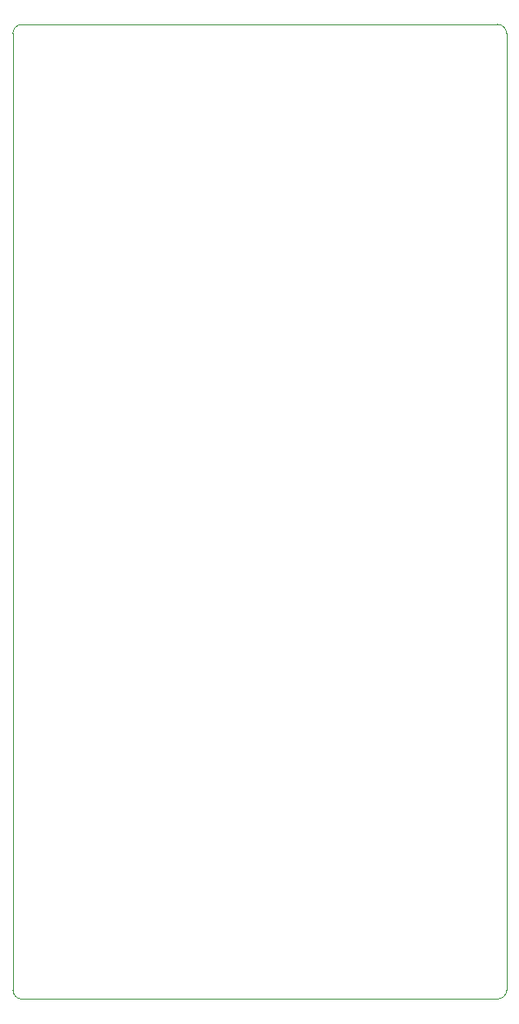
<source format=gm1>
G04 #@! TF.GenerationSoftware,KiCad,Pcbnew,(6.0.2-0)*
G04 #@! TF.CreationDate,2022-05-25T00:55:44-04:00*
G04 #@! TF.ProjectId,SEPowerAdapter,5345506f-7765-4724-9164-61707465722e,rev?*
G04 #@! TF.SameCoordinates,Original*
G04 #@! TF.FileFunction,Profile,NP*
%FSLAX46Y46*%
G04 Gerber Fmt 4.6, Leading zero omitted, Abs format (unit mm)*
G04 Created by KiCad (PCBNEW (6.0.2-0)) date 2022-05-25 00:55:44*
%MOMM*%
%LPD*%
G01*
G04 APERTURE LIST*
G04 #@! TA.AperFunction,Profile*
%ADD10C,0.100000*%
G04 #@! TD*
G04 APERTURE END LIST*
D10*
X124777500Y-192722500D02*
G75*
G03*
X125666500Y-191833500I0J889000D01*
G01*
X125666500Y-98996500D02*
G75*
G03*
X124777500Y-98107500I-889000J0D01*
G01*
X78549500Y-98107500D02*
X124777500Y-98107500D01*
X77660500Y-191833500D02*
G75*
G03*
X78549500Y-192722500I889000J0D01*
G01*
X78549500Y-192722500D02*
X124777500Y-192722500D01*
X125666500Y-191833500D02*
X125666500Y-98996500D01*
X78549500Y-98107500D02*
G75*
G03*
X77660500Y-98996500I0J-889000D01*
G01*
X77660500Y-191833500D02*
X77660500Y-98996500D01*
M02*

</source>
